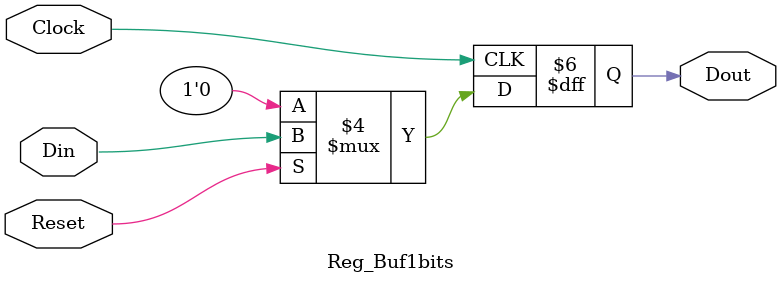
<source format=v>
`timescale	1ns/1ps

module	Reg_Buf1bits(Dout, Din, Clock, Reset)	;

output	Dout	;
reg	Dout	;

input		Din	;
wire	Din	;

input	Clock, Reset	;
wire	Clock, Reset	;


always	@(posedge	Clock)
	begin
		if ( Reset == 1'b1 )
			begin
				Dout <= Din	;
			end
		else
			begin	
				Dout <= 1'b0	;
			end
	end

endmodule


</source>
